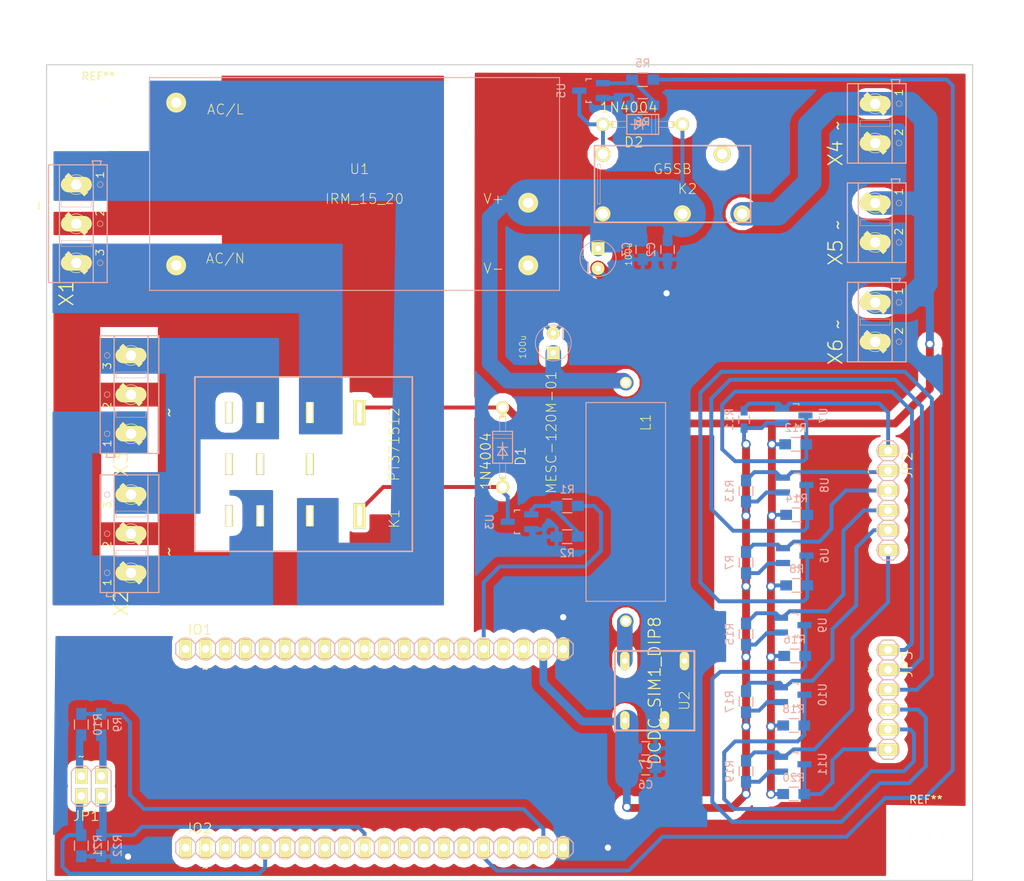
<source format=kicad_pcb>
(kicad_pcb (version 20221018) (generator pcbnew)
  (title_block (title "cosi_pwr.kicad_pcb") (date "29 JUL 2016") (rev "0.1"))
  (layers (0 "F.Cu" signal "Top") (31 "B.Cu" signal "Bottom") (34 "B.Paste" user) (35 "F.Paste" user) (36 "B.SilkS" user "B.Silkscreen") (37 "F.SilkS" user "F.Silkscreen") (38 "B.Mask" user) (39 "F.Mask" user) (44 "Edge.Cuts" user))
  (net 0 "")
  (net 1 "PE")
  (net 2 "GND")
  (net 3 "+12V")
  (net 4 "+5V")
  (net 5 "+3V3")
  (net 6 "VCC_+12V")
  (net 7 "/N$2")
  (net 8 "/N$15")
  (net 9 "/BANK2_0")
  (net 10 "/BANK2_1")
  (net 11 "/BANK2_2")
  (net 12 "/BANK2_3")
  (net 13 "/BANK2_4")
  (net 14 "/BANK2_5")
  (net 15 "/BANK2_6")
  (net 16 "/BANK2_7")
  (net 17 "/BANK2_8")
  (net 18 "/BANK2_9")
  (net 19 "/BANK2_10")
  (net 20 "/BANK2_11")
  (net 21 "/BANK2_12")
  (net 22 "/BANK2_13")
  (net 23 "/BANK2_14")
  (net 24 "/BANK2_15")
  (net 25 "/BANK2_16")
  (net 26 "/BANK2_VCC")
  (net 27 "/BANK1_0")
  (net 28 "/BANK1_1")
  (net 29 "/BANK1_2")
  (net 30 "/BANK1_3")
  (net 31 "/BANK1_4")
  (net 32 "/BANK1_5")
  (net 33 "/BANK1_6")
  (net 34 "/BANK1_7")
  (net 35 "/BANK1_8")
  (net 36 "/BANK1_9")
  (net 37 "/BANK1_10")
  (net 38 "/BANK1_11")
  (net 39 "/BANK1_12")
  (net 40 "/BANK1_13")
  (net 41 "/BANK1_14")
  (net 42 "/BANK1_15")
  (net 43 "/BANK1_VCC")
  (net 44 "/+1.8V")
  (net 45 "/N$19")
  (net 46 "/N$20")
  (net 47 "/SW_X+_L")
  (net 48 "/SW_X-_L")
  (net 49 "/SW_Y+_L")
  (net 50 "/SW_Y-_L")
  (net 51 "/SW_Z+_L")
  (net 52 "/SW_Z-_L")
  (net 53 "/SW_X+_H")
  (net 54 "/SW_X-_H")
  (net 55 "/SW_Y+_H")
  (net 56 "/SW_Y-_H")
  (net 57 "/SW_Z+_H")
  (net 58 "/SW_Z-_H")
  (net 59 "/AC_N")
  (net 60 "/AC_L")
  (net 61 "Net-(K1-Pad22)")
  (net 62 "Net-(K1-Pad12)")
  (net 63 "Net-(K1-Pad32)")
  (net 64 "/N$4")
  (net 65 "/N$1")
  (net 66 "/N$14")
  (net 67 "Net-(K1-Pad14)")
  (net 68 "Net-(K1-Pad24)")
  (net 69 "Net-(K1-Pad34)")
  (net 70 "Net-(K2-Pad4)")
  (net 71 "Net-(K1-Pad21)")
  (footprint "cosi_pwr:DO41-10" (layer "F.Cu") (at 128.143 86.995 -90)
    (fp_text reference "D1")
    (fp_text value "1N4004")
  )
  (footprint "cosi_pwr:CPOL-RADIAL-100UF-25V" (layer "F.Cu") (at 140.335 62.865 90)
    (fp_text reference "C1")
    (fp_text value "100u")
  )
  (footprint "cosi_pwr:CPOL-RADIAL-100UF-25V" (layer "F.Cu") (at 134.62 73.66 -90)
    (fp_text reference "C5")
    (fp_text value "100u")
  )
  (footprint "cosi_pwr:1X20" (layer "F.Cu") (at 111.76 112.776)
    (fp_text reference "IO1")
    (fp_text value "~")
  )
  (footprint "cosi_pwr:1X20" (layer "F.Cu") (at 111.76 138.176)
    (fp_text reference "IO2")
    (fp_text value "~")
  )
  (footprint "cosi_pwr:2X02" (layer "F.Cu") (at 75.565 130.302 180)
    (fp_text reference "JP1")
    (fp_text value "~")
  )
  (footprint "cosi_pwr:1X06" (layer "F.Cu") (at 177.419 93.7895 -90)
    (fp_text reference "JP2")
    (fp_text value "~")
  )
  (footprint "cosi_pwr:1X06" (layer "F.Cu") (at 177.419 119.253 -90)
    (fp_text reference "JP3")
    (fp_text value "~")
  )
  (footprint "cosi_pwr:PT-3" (layer "F.Cu") (at 109.855 89.154 90)
    (fp_text reference "K1")
    (fp_text value "PT371512")
  )
  (footprint "cosi_pwr:MESC-120M-01" (layer "F.Cu") (at 143.891 93.98 -90)
    (fp_text reference "L1")
    (fp_text value "MESC-120M-01")
  )
  (footprint "cosi_pwr:IRM_15_20" (layer "F.Cu") (at 109.22 53.34)
    (fp_text reference "U1")
    (fp_text value "IRM_15_20")
  )
  (footprint "cosi_pwr:DCDC_SIM1_DIP8" (layer "F.Cu") (at 147.574 118.11 -90)
    (fp_text reference "U2")
    (fp_text value "DCDC_SIM1_DIP8")
  )
  (footprint "cosi_pwr:AK500_3" (layer "F.Cu") (at 73.66 58.42 -90)
    (fp_text reference "X1")
    (fp_text value "~")
  )
  (footprint "cosi_pwr:AK500_3" (layer "F.Cu") (at 80.645 98.044 90)
    (fp_text reference "X2")
    (fp_text value "~")
  )
  (footprint "cosi_pwr:AK500_3" (layer "F.Cu") (at 80.645 80.264 90)
    (fp_text reference "X3")
    (fp_text value "~")
  )
  (footprint "cosi_pwr:AK500_2" (layer "F.Cu") (at 175.768 45.593 -90)
    (fp_text reference "X4")
    (fp_text value "~")
  )
  (footprint "cosi_pwr:AK500_2" (layer "F.Cu") (at 175.768 58.293 -90)
    (fp_text reference "X5")
    (fp_text value "~")
  )
  (footprint "cosi_pwr:AK500_2" (layer "F.Cu") (at 175.768 70.993 -90)
    (fp_text reference "X6")
    (fp_text value "~")
  )
  (footprint "cosi_pwr:G5SB" (layer "F.Cu") (at 148.59 53.34 180)
    (fp_text reference "K2")
    (fp_text value "G5SB")
  )
  (footprint "cosi_pwr:DO41-10" (layer "F.Cu") (at 146.05 45.72 180)
    (fp_text reference "D2")
    (fp_text value "1N4004")
  )
  (footprint "Mounting_Holes:MountingHole_4.3mm_M4_DIN965" (layer "F.Cu") (at 76.454 44.323)
    (fp_text reference "REF**")
    (fp_text value "MountingHole_4.3mm_M4_DIN965")
  )
  (footprint "Mounting_Holes:MountingHole_4.3mm_M4_DIN965" (layer "F.Cu") (at 182.245 136.779)
    (fp_text reference "REF**")
    (fp_text value "MountingHole_4.3mm_M4_DIN965")
  )
  (footprint "TO_SOT_Packages_SMD:SOT-23_Handsoldering" (layer "B.Cu") (at 130.302 96.52 -90)
    (fp_text reference "U3")
    (fp_text value "N-CHANNEL-MOSFET-BSS138")
  )
  (footprint "TO_SOT_Packages_SMD:SOT-23_Handsoldering" (layer "B.Cu") (at 139.446 41.402 -90)
    (fp_text reference "U5")
    (fp_text value "N-CHANNEL-MOSFET-BSS138")
  )
  (footprint "TO_SOT_Packages_SMD:SOT-23_Handsoldering" (layer "B.Cu") (at 165.481 100.838 90)
    (fp_text reference "U6")
    (fp_text value "N-CHANNEL-MOSFET-BSS138")
  )
  (footprint "TO_SOT_Packages_SMD:SOT-23_Handsoldering" (layer "B.Cu") (at 165.354 82.931 90)
    (fp_text reference "U7")
    (fp_text value "N-CHANNEL-MOSFET-BSS138")
  )
  (footprint "TO_SOT_Packages_SMD:SOT-23_Handsoldering" (layer "B.Cu") (at 165.481 91.821 90)
    (fp_text reference "U8")
    (fp_text value "N-CHANNEL-MOSFET-BSS138")
  )
  (footprint "TO_SOT_Packages_SMD:SOT-23_Handsoldering" (layer "B.Cu") (at 165.227 109.728 90)
    (fp_text reference "U9")
    (fp_text value "N-CHANNEL-MOSFET-BSS138")
  )
  (footprint "TO_SOT_Packages_SMD:SOT-23_Handsoldering" (layer "B.Cu") (at 165.227 118.618 90)
    (fp_text reference "U10")
    (fp_text value "N-CHANNEL-MOSFET-BSS138")
  )
  (footprint "TO_SOT_Packages_SMD:SOT-23_Handsoldering" (layer "B.Cu") (at 165.227 127.508 90)
    (fp_text reference "U11")
    (fp_text value "N-CHANNEL-MOSFET-BSS138")
  )
  (footprint "Capacitors_SMD:C_0805_HandSoldering" (layer "B.Cu") (at 149.225 61.722 -90)
    (fp_text reference "C2")
    (fp_text value "4.7u")
  )
  (footprint "Capacitors_SMD:C_0805_HandSoldering" (layer "B.Cu") (at 146.05 61.722 -90)
    (fp_text reference "C3")
    (fp_text value "0.1u")
  )
  (footprint "Capacitors_SMD:C_0805_HandSoldering" (layer "B.Cu") (at 146.431 128.016)
    (fp_text reference "C6")
    (fp_text value "4.7u")
  )
  (footprint "Capacitors_SMD:C_0805_HandSoldering" (layer "B.Cu") (at 146.431 125.476)
    (fp_text reference "C7")
    (fp_text value "0.1u")
  )
  (footprint "Resistors_SMD:R_0805_HandSoldering" (layer "B.Cu") (at 136.398 94.488 180)
    (fp_text reference "R1")
    (fp_text value "1k")
  )
  (footprint "Resistors_SMD:R_0805_HandSoldering" (layer "B.Cu") (at 136.398 98.425)
    (fp_text reference "R2")
    (fp_text value "10k")
  )
  (footprint "Resistors_SMD:R_0805_HandSoldering" (layer "B.Cu") (at 146.05 40.005 180)
    (fp_text reference "R5")
    (fp_text value "1k")
  )
  (footprint "Resistors_SMD:R_0805_HandSoldering" (layer "B.Cu") (at 146.05 43.307)
    (fp_text reference "R6")
    (fp_text value "10k")
  )
  (footprint "Resistors_SMD:R_0805_HandSoldering" (layer "B.Cu") (at 159.258 101.727 -90)
    (fp_text reference "R7")
    (fp_text value "10k")
  )
  (footprint "Resistors_SMD:R_0805_HandSoldering" (layer "B.Cu") (at 165.735 104.648 180)
    (fp_text reference "R8")
    (fp_text value "10k")
  )
  (footprint "Resistors_SMD:R_0805_HandSoldering" (layer "B.Cu") (at 76.835 122.428 90)
    (fp_text reference "R9")
    (fp_text value "1k")
  )
  (footprint "Resistors_SMD:R_0805_HandSoldering" (layer "B.Cu") (at 74.295 122.428 90)
    (fp_text reference "R10")
    (fp_text value "1k")
  )
  (footprint "Resistors_SMD:R_0603_HandSoldering" (layer "B.Cu") (at 159.004 83.439 -90)
    (fp_text reference "R11")
    (fp_text value "10k")
  )
  (footprint "Resistors_SMD:R_0805_HandSoldering" (layer "B.Cu") (at 165.608 86.614 180)
    (fp_text reference "R12")
    (fp_text value "10k")
  )
  (footprint "Resistors_SMD:R_0805_HandSoldering" (layer "B.Cu") (at 159.258 92.583 -90)
    (fp_text reference "R13")
    (fp_text value "10k")
  )
  (footprint "Resistors_SMD:R_0805_HandSoldering" (layer "B.Cu") (at 165.735 95.631 180)
    (fp_text reference "R14")
    (fp_text value "10k")
  )
  (footprint "Resistors_SMD:R_0805_HandSoldering" (layer "B.Cu") (at 159.258 110.871 -90)
    (fp_text reference "R15")
    (fp_text value "10k")
  )
  (footprint "Resistors_SMD:R_0805_HandSoldering" (layer "B.Cu") (at 165.481 113.665 180)
    (fp_text reference "R16")
    (fp_text value "10k")
  )
  (footprint "Resistors_SMD:R_0805_HandSoldering" (layer "B.Cu") (at 159.258 119.507 -90)
    (fp_text reference "R17")
    (fp_text value "10k")
  )
  (footprint "Resistors_SMD:R_0805_HandSoldering" (layer "B.Cu") (at 165.354 122.555 180)
    (fp_text reference "R18")
    (fp_text value "10k")
  )
  (footprint "Resistors_SMD:R_0805_HandSoldering" (layer "B.Cu") (at 159.258 128.397 -90)
    (fp_text reference "R19")
    (fp_text value "10k")
  )
  (footprint "Resistors_SMD:R_0805_HandSoldering" (layer "B.Cu") (at 165.354 131.318 180)
    (fp_text reference "R20")
    (fp_text value "10k")
  )
  (footprint "Resistors_SMD:R_0805_HandSoldering" (layer "B.Cu") (at 74.295 137.922 90)
    (fp_text reference "R21")
    (fp_text value "10k")
  )
  (footprint "Resistors_SMD:R_0805_HandSoldering" (layer "B.Cu") (at 76.835 137.922 90)
    (fp_text reference "R22")
    (fp_text value "10k")
  )
  (gr_line (start 69.85 38.1) (end 69.85 38.735) (stroke (width 0.15)) (layer "Edge.Cuts"))
  (gr_line (start 69.85 38.1) (end 69.85 138.43) (stroke (width 0.15)) (layer "Edge.Cuts"))
  (gr_line (start 178.308 142.367) (end 188.214 142.367) (stroke (width 0.15)) (layer "Edge.Cuts"))
  (gr_line (start 176.53 38.1) (end 69.85 38.1) (stroke (width 0.15)) (layer "Edge.Cuts"))
  (gr_line (start 176.53 142.367) (end 178.308 142.367) (stroke (width 0.15)) (layer "Edge.Cuts"))
  (gr_line (start 188.214 142.367) (end 188.214 38.1) (stroke (width 0.15)) (layer "Edge.Cuts"))
  (gr_line (start 178.308 38.1) (end 176.53 38.1) (stroke (width 0.15)) (layer "Edge.Cuts"))
  (gr_line (start 69.85 142.367) (end 176.53 142.367) (stroke (width 0.15)) (layer "Edge.Cuts"))
  (gr_line (start 69.85 142.367) (end 69.85 138.176) (stroke (width 0.15)) (layer "Edge.Cuts"))
  (gr_line (start 188.214 38.1) (end 178.308 38.1) (stroke (width 0.15)) (layer "Edge.Cuts"))
  (segment (start 149.098 67.31) (end 148.717 66.929) (width 2) (layer "F.Cu") (net 2))
  (segment (start 148.717 66.929) (end 143.129 66.929) (width 2) (layer "F.Cu") (net 2))
  (segment (start 143.129 66.929) (end 140.335 64.135) (width 2) (layer "F.Cu") (net 2))
  (via (at 135.89 108.712) (size 1.2) (drill 0.8) (layers "F.Cu" "B.Cu") (net 2))
  (via (at 80.264 139.319) (size 1.2) (drill 0.8) (layers "F.Cu" "B.Cu") (net 2))
  (via (at 141.605 138.176) (size 1.2) (drill 0.8) (layers "F.Cu" "B.Cu") (net 2))
  (via (at 149.098 67.31) (size 1.2) (drill 0.8) (layers "F.Cu" "B.Cu") (net 2))
  (segment (start 145.19656 43.30192) (end 145.20164 43.307) (width 0.25) (layer "B.Cu") (net 2))
  (segment (start 149.225 67.183) (end 149.098 67.31) (width 1) (layer "B.Cu") (net 2))
  (segment (start 76.835 139.272) (end 76.882 139.319) (width 0.5) (layer "B.Cu") (net 2))
  (segment (start 76.882 139.319) (end 80.264 139.319) (width 0.5) (layer "B.Cu") (net 2))
  (segment (start 131.80314 97.76714) (end 132.461 98.425) (width 0.5) (layer "B.Cu") (net 2))
  (segment (start 132.461 98.425) (end 135.048 98.425) (width 0.5) (layer "B.Cu") (net 2))
  (segment (start 131.4196 63.73876) (end 131.42976 63.73876) (width 2) (layer "B.Cu") (net 2))
  (segment (start 135.54964 98.425) (end 134.5438 98.425) (width 0.25) (layer "B.Cu") (net 2))
  (segment (start 131.80314 97.47) (end 131.80314 97.76714) (width 0.5) (layer "B.Cu") (net 2))
  (segment (start 135.89 112.776) (end 135.89 108.712) (width 1) (layer "B.Cu") (net 2))
  (segment (start 135.89 138.176) (end 141.605 138.176) (width 1) (layer "B.Cu") (net 2))
  (segment (start 74.295 139.272) (end 76.835 139.272) (width 0.5) (layer "B.Cu") (net 2))
  (segment (start 149.225 62.62116) (end 149.225 67.183) (width 1) (layer "B.Cu") (net 2))
  (segment (start 131.56184 55.88) (end 131.4196 55.73776) (width 0.25) (layer "B.Cu") (net 3))
  (segment (start 140.335 57.785) (end 140.97 57.15) (width 1) (layer "B.Cu") (net 3))
  (segment (start 149.71776 55.73776) (end 151.13 57.15) (width 6) (layer "B.Cu") (net 3))
  (segment (start 146.304 55.73776) (end 149.71776 55.73776) (width 6) (layer "B.Cu") (net 3))
  (segment (start 140.335 57.785) (end 140.97 57.15) (width 1) (layer "B.Cu") (net 3))
  (segment (start 140.335 57.785) (end 140.97 57.15) (width 1) (layer "B.Cu") (net 3))
  (segment (start 128.41224 55.73776) (end 126.492 57.658) (width 2) (layer "B.Cu") (net 3))
  (segment (start 126.492 57.658) (end 126.492 76.2) (width 2) (layer "B.Cu") (net 3))
  (segment (start 126.492 76.2) (end 128.778 78.486) (width 2) (layer "B.Cu") (net 3))
  (segment (start 128.778 78.486) (end 135.763 78.486) (width 2) (layer "B.Cu") (net 3))
  (segment (start 143.637 78.486) (end 143.891 78.74) (width 2) (layer "B.Cu") (net 3))
  (segment (start 134.62 77.343) (end 135.763 78.486) (width 2) (layer "B.Cu") (net 3))
  (segment (start 135.763 78.486) (end 143.637 78.486) (width 2) (layer "B.Cu") (net 3))
  (segment (start 140.335 57.785) (end 140.97 57.15) (width 2) (layer "B.Cu") (net 3))
  (segment (start 149.225 59.055) (end 151.13 57.15) (width 1) (layer "B.Cu") (net 3))
  (segment (start 146.05 55.73776) (end 146.304 55.73776) (width 1) (layer "B.Cu") (net 3))
  (segment (start 142.875 61.595) (end 143.64716 60.82284) (width 1) (layer "B.Cu") (net 3))
  (segment (start 143.64716 60.82284) (end 146.05 60.82284) (width 1) (layer "B.Cu") (net 3))
  (segment (start 140.335 59.055) (end 140.335 57.785) (width 2) (layer "B.Cu") (net 3))
  (segment (start 145.415 59.055) (end 146.05 58.42) (width 1) (layer "B.Cu") (net 3))
  (segment (start 146.05 58.42) (end 146.05 55.73776) (width 1) (layer "B.Cu") (net 3))
  (segment (start 140.335 59.944) (end 140.335 59.055) (width 2) (layer "B.Cu") (net 3))
  (segment (start 146.05 59.944) (end 146.05 58.42) (width 1) (layer "B.Cu") (net 3))
  (segment (start 140.335 60.706) (end 140.335 59.944) (width 2) (layer "B.Cu") (net 3))
  (segment (start 145.93316 60.706) (end 146.05 60.82284) (width 1) (layer "B.Cu") (net 3))
  (segment (start 140.335 59.944) (end 146.05 59.944) (width 1) (layer "B.Cu") (net 3))
  (segment (start 140.335 61.595) (end 140.335 60.706) (width 2) (layer "B.Cu") (net 3))
  (segment (start 131.4196 55.73776) (end 128.41224 55.73776) (width 2) (layer "B.Cu") (net 3))
  (segment (start 146.05 60.82284) (end 146.05 59.944) (width 1) (layer "B.Cu") (net 3))
  (segment (start 131.4196 55.73776) (end 146.304 55.73776) (width 6) (layer "B.Cu") (net 3))
  (segment (start 149.225 60.82284) (end 149.225 59.055) (width 1) (layer "B.Cu") (net 3))
  (segment (start 140.335 59.055) (end 145.415 59.055) (width 1) (layer "B.Cu") (net 3))
  (segment (start 140.335 61.595) (end 142.875 61.595) (width 1) (layer "B.Cu") (net 3))
  (segment (start 134.62 74.93) (end 134.62 77.343) (width 2) (layer "B.Cu") (net 3))
  (segment (start 151.13 57.15) (end 151.13 45.72) (width 0.5) (layer "B.Cu") (net 3))
  (segment (start 140.335 60.706) (end 145.93316 60.706) (width 1) (layer "B.Cu") (net 3))
  (segment (start 159.258 104.775) (end 159.512 104.775) (width 0.5) (layer "F.Cu") (net 4))
  (segment (start 159.258 113.792) (end 159.258 113.919) (width 0.5) (layer "F.Cu") (net 4))
  (segment (start 144.018 132.969) (end 144.145 133.096) (width 1) (layer "F.Cu") (net 4))
  (segment (start 144.145 133.096) (end 157.48 133.096) (width 1) (layer "F.Cu") (net 4))
  (segment (start 157.48 133.096) (end 159.258 131.318) (width 1) (layer "F.Cu") (net 4))
  (segment (start 159.258 113.792) (end 159.258 104.775) (width 1) (layer "F.Cu") (net 4))
  (segment (start 159.258 104.775) (end 159.258 95.758) (width 1) (layer "F.Cu") (net 4))
  (segment (start 159.258 95.758) (end 159.258 86.614) (width 1) (layer "F.Cu") (net 4))
  (segment (start 159.258 122.682) (end 159.258 113.792) (width 1) (layer "F.Cu") (net 4))
  (segment (start 159.258 131.318) (end 159.258 122.682) (width 1) (layer "F.Cu") (net 4))
  (via (at 159.258 122.682) (size 1.2) (drill 0.8) (layers "F.Cu" "B.Cu") (net 4))
  (via (at 159.258 86.614) (size 1.2) (drill 0.8) (layers "F.Cu" "B.Cu") (net 4))
  (via (at 159.258 104.775) (size 1.2) (drill 0.8) (layers "F.Cu" "B.Cu") (net 4))
  (via (at 159.258 113.792) (size 1.2) (drill 0.8) (layers "F.Cu" "B.Cu") (net 4))
  (via (at 159.258 95.758) (size 1.2) (drill 0.8) (layers "F.Cu" "B.Cu") (net 4))
  (via (at 144.018 132.969) (size 1.2) (drill 0.8) (layers "F.Cu" "B.Cu") (net 4))
  (via (at 159.258 131.318) (size 1.2) (drill 0.8) (layers "F.Cu" "B.Cu") (net 4))
  (segment (start 159.3596 102.67696) (end 159.258 102.57536) (width 0.25) (layer "B.Cu") (net 4))
  (segment (start 159.1056 84.38896) (end 159.004 84.28736) (width 0.25) (layer "B.Cu") (net 4))
  (segment (start 159.3596 93.53296) (end 159.258 93.43136) (width 0.25) (layer "B.Cu") (net 4))
  (segment (start 159.3596 111.82096) (end 159.258 111.71936) (width 0.25) (layer "B.Cu") (net 4))
  (segment (start 159.3596 120.45696) (end 159.258 120.35536) (width 0.25) (layer "B.Cu") (net 4))
  (segment (start 159.3596 129.34696) (end 159.258 129.24536) (width 0.25) (layer "B.Cu") (net 4))
  (segment (start 138.176 121.92) (end 133.35 117.094) (width 1) (layer "B.Cu") (net 4))
  (segment (start 133.35 117.094) (end 133.35 112.776) (width 1) (layer "B.Cu") (net 4))
  (segment (start 144.018 126.50216) (end 145.53184 128.016) (width 1) (layer "B.Cu") (net 4))
  (segment (start 144.018 125.476) (end 143.891 125.603) (width 1) (layer "B.Cu") (net 4))
  (segment (start 143.891 125.603) (end 143.764 125.603) (width 1) (layer "B.Cu") (net 4))
  (segment (start 143.764 125.603) (end 144.018 125.603) (width 1) (layer "B.Cu") (net 4))
  (segment (start 144.018 125.603) (end 144.018 126.50216) (width 1) (layer "B.Cu") (net 4))
  (segment (start 164.12718 128.35636) (end 164.22878 128.45796) (width 0.5) (layer "B.Cu") (net 4))
  (segment (start 161.247 84.539) (end 161.905 83.881) (width 0.5) (layer "B.Cu") (net 4))
  (segment (start 161.905 83.881) (end 163.85286 83.881) (width 0.5) (layer "B.Cu") (net 4))
  (segment (start 160.702 93.933) (end 161.864 92.771) (width 0.5) (layer "B.Cu") (net 4))
  (segment (start 161.864 92.771) (end 163.97986 92.771) (width 0.5) (layer "B.Cu") (net 4))
  (segment (start 160.862 103.077) (end 162.085 101.854) (width 0.5) (layer "B.Cu") (net 4))
  (segment (start 162.085 101.854) (end 163.91386 101.854) (width 0.5) (layer "B.Cu") (net 4))
  (segment (start 163.91386 101.854) (end 163.97986 101.788) (width 0.5) (layer "B.Cu") (net 4))
  (segment (start 160.448 112.221) (end 161.925 110.744) (width 0.5) (layer "B.Cu") (net 4))
  (segment (start 161.925 110.744) (end 163.65986 110.744) (width 0.5) (layer "B.Cu") (net 4))
  (segment (start 163.65986 110.744) (end 163.72586 110.678) (width 0.5) (layer "B.Cu") (net 4))
  (segment (start 159.258 131.445) (end 159.258 131.318) (width 0.5) (layer "B.Cu") (net 4))
  (segment (start 159.004 86.36) (end 159.258 86.614) (width 0.5) (layer "B.Cu") (net 4))
  (segment (start 161.991 119.568) (end 160.909 120.65) (width 0.5) (layer "B.Cu") (net 4))
  (segment (start 160.909 120.65) (end 159.465 120.65) (width 0.5) (layer "B.Cu") (net 4))
  (segment (start 159.465 120.65) (end 159.258 120.857) (width 0.5) (layer "B.Cu") (net 4))
  (segment (start 162.245 128.458) (end 160.956 129.747) (width 0.5) (layer "B.Cu") (net 4))
  (segment (start 160.956 129.747) (end 159.258 129.747) (width 0.5) (layer "B.Cu") (net 4))
  (segment (start 159.258 112.221) (end 160.448 112.221) (width 0.5) (layer "B.Cu") (net 4))
  (segment (start 144.018 122.047) (end 144.018 129.159) (width 3) (layer "B.Cu") (net 4))
  (segment (start 159.004 84.539) (end 161.247 84.539) (width 0.5) (layer "B.Cu") (net 4))
  (segment (start 159.258 112.221) (end 159.258 113.792) (width 0.5) (layer "B.Cu") (net 4))
  (segment (start 159.258 95.758) (end 159.258 93.933) (width 0.5) (layer "B.Cu") (net 4))
  (segment (start 163.72586 119.568) (end 161.991 119.568) (width 0.5) (layer "B.Cu") (net 4))
  (segment (start 159.258 93.933) (end 160.702 93.933) (width 0.5) (layer "B.Cu") (net 4))
  (segment (start 159.258 122.682) (end 159.258 120.857) (width 0.5) (layer "B.Cu") (net 4))
  (segment (start 159.258 103.077) (end 160.862 103.077) (width 0.5) (layer "B.Cu") (net 4))
  (segment (start 145.53184 125.476) (end 144.018 125.476) (width 1) (layer "B.Cu") (net 4))
  (segment (start 144.018 122.047) (end 144.018 125.603) (width 1) (layer "B.Cu") (net 4))
  (segment (start 144.018 122.047) (end 138.43 122.047) (width 1) (layer "B.Cu") (net 4))
  (segment (start 144.018 125.476) (end 144.018 129.159) (width 1) (layer "B.Cu") (net 4))
  (segment (start 144.018 129.159) (end 144.018 132.969) (width 1) (layer "B.Cu") (net 4))
  (segment (start 159.258 131.445) (end 159.258 129.747) (width 0.5) (layer "B.Cu") (net 4))
  (segment (start 159.004 86.36) (end 159.004 84.539) (width 0.5) (layer "B.Cu") (net 4))
  (segment (start 159.258 103.077) (end 159.258 104.775) (width 0.5) (layer "B.Cu") (net 4))
  (segment (start 163.72586 128.458) (end 162.245 128.458) (width 0.5) (layer "B.Cu") (net 4))
  (segment (start 133.35 135.763) (end 130.81 133.223) (width 0.5) (layer "B.Cu") (net 5))
  (segment (start 130.81 133.223) (end 82.296 133.223) (width 0.5) (layer "B.Cu") (net 5))
  (segment (start 82.296 133.223) (end 80.518 131.445) (width 0.5) (layer "B.Cu") (net 5))
  (segment (start 80.518 131.445) (end 80.518 122.174) (width 0.5) (layer "B.Cu") (net 5))
  (segment (start 80.518 122.174) (end 79.422 121.078) (width 0.5) (layer "B.Cu") (net 5))
  (segment (start 79.422 121.078) (end 76.835 121.078) (width 0.5) (layer "B.Cu") (net 5))
  (segment (start 76.835 121.078) (end 74.295 121.078) (width 0.5) (layer "B.Cu") (net 5))
  (segment (start 133.35 138.176) (end 133.35 135.763) (width 0.5) (layer "B.Cu") (net 5))
  (segment (start 110.49508 81.915) (end 109.855 82.55508) (width 0.5) (layer "F.Cu") (net 6))
  (segment (start 182.753 73.787) (end 182.753 79.502) (width 1) (layer "F.Cu") (net 6))
  (segment (start 182.753 79.502) (end 178.308 83.947) (width 1) (layer "F.Cu") (net 6))
  (segment (start 178.308 83.947) (end 162.56 83.947) (width 1) (layer "F.Cu") (net 6))
  (segment (start 130.683 83.947) (end 128.651 81.915) (width 1) (layer "F.Cu") (net 6))
  (segment (start 128.651 81.915) (end 128.143 81.915) (width 1) (layer "F.Cu") (net 6))
  (segment (start 161.925 83.947) (end 130.683 83.947) (width 1) (layer "F.Cu") (net 6))
  (segment (start 162.433 95.885) (end 162.56 95.758) (width 1) (layer "F.Cu") (net 6))
  (segment (start 162.56 83.947) (end 162.56 84.074) (width 1) (layer "F.Cu") (net 6))
  (segment (start 162.56 84.074) (end 162.56 83.947) (width 1) (layer "F.Cu") (net 6))
  (segment (start 162.56 83.947) (end 161.925 83.947) (width 1) (layer "F.Cu") (net 6))
  (segment (start 162.56 86.614) (end 162.56 83.947) (width 1) (layer "F.Cu") (net 6))
  (segment (start 162.433 113.792) (end 162.433 104.775) (width 1) (layer "F.Cu") (net 6))
  (segment (start 162.433 131.318) (end 162.433 122.682) (width 1) (layer "F.Cu") (net 6))
  (segment (start 162.433 122.682) (end 162.433 113.792) (width 1) (layer "F.Cu") (net 6))
  (segment (start 128.143 81.915) (end 110.49508 81.915) (width 0.5) (layer "F.Cu") (net 6))
  (segment (start 162.433 104.775) (end 162.433 95.885) (width 1) (layer "F.Cu") (net 6))
  (segment (start 162.56 95.758) (end 162.56 86.614) (width 1) (layer "F.Cu") (net 6))
  (via (at 162.56 95.758) (size 1.2) (drill 0.8) (layers "F.Cu" "B.Cu") (net 6))
  (via (at 162.433 131.318) (size 1.2) (drill 0.8) (layers "F.Cu" "B.Cu") (net 6))
  (via (at 162.433 104.775) (size 1.2) (drill 0.8) (layers "F.Cu" "B.Cu") (net 6))
  (via (at 182.753 73.787) (size 1.2) (drill 0.8) (layers "F.Cu" "B.Cu") (net 6))
  (via (at 162.433 113.792) (size 1.2) (drill 0.8) (layers "F.Cu" "B.Cu") (net 6))
  (via (at 162.433 122.682) (size 1.2) (drill 0.8) (layers "F.Cu" "B.Cu") (net 6))
  (via (at 162.56 86.614) (size 1.2) (drill 0.8) (layers "F.Cu" "B.Cu") (net 6))
  (segment (start 162.56 104.648) (end 162.433 104.775) (width 0.5) (layer "B.Cu") (net 6))
  (segment (start 162.56 113.665) (end 162.433 113.792) (width 0.5) (layer "B.Cu") (net 6))
  (segment (start 162.56 122.555) (end 162.433 122.682) (width 0.5) (layer "B.Cu") (net 6))
  (segment (start 182.2196 68.4784) (end 182.753 69.0118) (width 1) (layer "B.Cu") (net 6))
  (segment (start 182.753 69.0118) (end 182.753 73.787) (width 1) (layer "B.Cu") (net 6))
  (segment (start 162.687 95.631) (end 162.56 95.758) (width 0.5) (layer "B.Cu") (net 6))
  (segment (start 163.322 57.15) (end 167.386 53.086) (width 3) (layer "B.Cu") (net 6))
  (segment (start 167.386 53.086) (end 167.386 45.847) (width 3) (layer "B.Cu") (net 6))
  (segment (start 167.386 45.847) (end 170.1546 43.0784) (width 3) (layer "B.Cu") (net 6))
  (segment (start 170.1546 43.0784) (end 175.768 43.0784) (width 3) (layer "B.Cu") (net 6))
  (segment (start 180.2384 43.0784) (end 182.245 45.085) (width 3) (layer "B.Cu") (net 6))
  (segment (start 182.245 45.085) (end 182.245 56.134) (width 3) (layer "B.Cu") (net 6))
  (segment (start 182.245 66.04) (end 179.8066 68.4784) (width 3) (layer "B.Cu") (net 6))
  (segment (start 179.8066 68.4784) (end 175.768 68.4784) (width 3) (layer "B.Cu") (net 6))
  (segment (start 182.245 55.7784) (end 181.8894 56.134) (width 3) (layer "B.Cu") (net 6))
  (segment (start 181.8894 56.134) (end 181.356 56.134) (width 3) (layer "B.Cu") (net 6))
  (segment (start 181.356 56.134) (end 182.245 56.134) (width 3) (layer "B.Cu") (net 6))
  (segment (start 182.245 56.134) (end 182.245 66.04) (width 3) (layer "B.Cu") (net 6))
  (segment (start 182.753 66.548) (end 182.245 66.04) (width 1) (layer "B.Cu") (net 6))
  (segment (start 175.768 43.0784) (end 180.2384 43.0784) (width 3) (layer "B.Cu") (net 6))
  (segment (start 162.56 104.648) (end 164.385 104.648) (width 0.5) (layer "B.Cu") (net 6))
  (segment (start 158.75 57.15) (end 163.322 57.15) (width 3) (layer "B.Cu") (net 6))
  (segment (start 164.258 86.614) (end 162.56 86.614) (width 0.5) (layer "B.Cu") (net 6))
  (segment (start 175.768 55.7784) (end 182.245 55.7784) (width 3) (layer "B.Cu") (net 6))
  (segment (start 162.687 95.631) (end 164.385 95.631) (width 0.5) (layer "B.Cu") (net 6))
  (segment (start 175.768 68.4784) (end 177.3174 68.4784) (width 1) (layer "B.Cu") (net 6))
  (segment (start 162.433 131.318) (end 164.004 131.318) (width 0.5) (layer "B.Cu") (net 6))
  (segment (start 164.004 122.555) (end 162.56 122.555) (width 0.5) (layer "B.Cu") (net 6))
  (segment (start 182.753 73.787) (end 182.753 66.548) (width 1) (layer "B.Cu") (net 6))
  (segment (start 175.768 68.4784) (end 182.2196 68.4784) (width 1) (layer "B.Cu") (net 6))
  (segment (start 162.56 113.665) (end 164.131 113.665) (width 0.5) (layer "B.Cu") (net 6))
  (segment (start 112.903 92.075) (end 109.855 95.123) (width 0.5) (layer "F.Cu") (net 7))
  (segment (start 109.855 95.123) (end 109.855 95.75292) (width 0.5) (layer "F.Cu") (net 7))
  (segment (start 128.143 92.075) (end 112.903 92.075) (width 0.5) (layer "F.Cu") (net 7))
  (segment (start 128.03886 92.17914) (end 128.143 92.075) (width 0.5) (layer "B.Cu") (net 7))
  (segment (start 128.80086 93.32214) (end 128.143 92.66428) (width 0.5) (layer "B.Cu") (net 7))
  (segment (start 128.143 92.66428) (end 128.143 92.075) (width 0.5) (layer "B.Cu") (net 7))
  (segment (start 128.80086 96.52) (end 128.80086 93.32214) (width 0.5) (layer "B.Cu") (net 7))
  (segment (start 138.4935 41.44772) (end 138.44778 41.402) (width 0.25) (layer "B.Cu") (net 8))
  (segment (start 139.192 45.72) (end 137.94486 44.47286) (width 0.5) (layer "B.Cu") (net 8))
  (segment (start 137.94486 44.47286) (end 137.94486 41.402) (width 0.5) (layer "B.Cu") (net 8))
  (segment (start 140.97 49.53) (end 140.97 45.72) (width 0.5) (layer "B.Cu") (net 8))
  (segment (start 140.97 45.72) (end 139.192 45.72) (width 0.5) (layer "B.Cu") (net 8))
  (segment (start 139.827 94.488) (end 140.716 95.377) (width 0.5) (layer "B.Cu") (net 24))
  (segment (start 140.716 95.377) (end 140.716 100.203) (width 0.5) (layer "B.Cu") (net 24))
  (segment (start 140.716 100.203) (end 138.684 102.235) (width 0.5) (layer "B.Cu") (net 24))
  (segment (start 138.684 102.235) (end 127.762 102.235) (width 0.5) (layer "B.Cu") (net 24))
  (segment (start 127.762 102.235) (end 125.73 104.267) (width 0.5) (layer "B.Cu") (net 24))
  (segment (start 125.73 104.267) (end 125.73 112.776) (width 0.5) (layer "B.Cu") (net 24))
  (segment (start 137.748 94.488) (end 139.827 94.488) (width 0.5) (layer "B.Cu") (net 24))
  (segment (start 87.376 137.922) (end 87.63 138.176) (width 0.25) (layer "B.Cu") (net 27))
  (segment (start 72.597 136.572) (end 71.882 137.287) (width 0.5) (layer "B.Cu") (net 31))
  (segment (start 71.882 137.287) (end 71.882 140.589) (width 0.5) (layer "B.Cu") (net 31))
  (segment (start 71.882 140.589) (end 72.771 141.478) (width 0.5) (layer "B.Cu") (net 31))
  (segment (start 72.771 141.478) (end 97.028 141.478) (width 0.5) (layer "B.Cu") (net 31))
  (segment (start 97.028 141.478) (end 97.79 140.716) (width 0.5) (layer "B.Cu") (net 31))
  (segment (start 97.79 140.716) (end 97.79 138.176) (width 0.5) (layer "B.Cu") (net 31))
  (segment (start 74.295 132.207) (end 73.8505 132.6515) (width 0.5) (layer "B.Cu") (net 31))
  (segment (start 73.8505 132.6515) (end 73.8505 136.1275) (width 0.5) (layer "B.Cu") (net 31))
  (segment (start 73.8505 136.1275) (end 74.295 136.572) (width 0.5) (layer "B.Cu") (net 31))
  (segment (start 74.295 131.572) (end 74.295 132.207) (width 0.5) (layer "B.Cu") (net 31))
  (segment (start 74.295 136.572) (end 72.597 136.572) (width 0.5) (layer "B.Cu") (net 31))
  (segment (start 74.295 131.572) (end 74.295 136.572) (width 0.5) (layer "B.Cu") (net 31))
  (segment (start 80.979 136.572) (end 82.042 135.509) (width 0.5) (layer "B.Cu") (net 36))
  (segment (start 82.042 135.509) (end 94.0435 135.509) (width 0.5) (layer "B.Cu") (net 36))
  (segment (start 76.835 132.1435) (end 77.2795 132.588) (width 0.5) (layer "B.Cu") (net 36))
  (segment (start 77.2795 132.588) (end 77.2795 136.1275) (width 0.5) (layer "B.Cu") (net 36))
  (segment (start 77.2795 136.1275) (end 76.835 136.572) (width 0.5) (layer "B.Cu") (net 36))
  (segment (start 94.0435 135.509) (end 94.615 135.509) (width 0.5) (layer "B.Cu") (net 36))
  (segment (start 109.6645 135.509) (end 110.49 136.3345) (width 0.5) (layer "B.Cu") (net 36))
  (segment (start 110.49 136.3345) (end 110.49 138.176) (width 0.5) (layer "B.Cu") (net 36))
  (segment (start 94.615 135.509) (end 109.6645 135.509) (width 0.5) (layer "B.Cu") (net 36))
  (segment (start 76.835 131.572) (end 76.835 132.1435) (width 0.5) (layer "B.Cu") (net 36))
  (segment (start 76.835 136.572) (end 80.979 136.572) (width 0.5) (layer "B.Cu") (net 36))
  (segment (start 76.835 131.572) (end 76.835 136.572) (width 0.5) (layer "B.Cu") (net 36))
  (segment (start 125.73 139.446) (end 127.381 141.097) (width 0.5) (layer "B.Cu") (net 42))
  (segment (start 127.381 141.097) (end 144.272 141.097) (width 0.5) (layer "B.Cu") (net 42))
  (segment (start 144.272 141.097) (end 148.59 136.779) (width 0.5) (layer "B.Cu") (net 42))
  (segment (start 148.59 136.779) (end 172.085 136.779) (width 0.5) (layer "B.Cu") (net 42))
  (segment (start 172.085 136.779) (end 177.038 131.826) (width 0.5) (layer "B.Cu") (net 42))
  (segment (start 177.038 131.826) (end 182.118 131.826) (width 0.5) (layer "B.Cu") (net 42))
  (segment (start 182.118 131.826) (end 185.674 128.27) (width 0.5) (layer "B.Cu") (net 42))
  (segment (start 185.674 128.27) (end 185.674 40.767) (width 0.5) (layer "B.Cu") (net 42))
  (segment (start 185.674 40.767) (end 184.912 40.005) (width 0.5) (layer "B.Cu") (net 42))
  (segment (start 184.912 40.005) (end 147.4 40.005) (width 0.5) (layer "B.Cu") (net 42))
  (segment (start 125.73 138.176) (end 125.73 139.192) (width 0.5) (layer "B.Cu") (net 42))
  (segment (start 125.73 138.176) (end 125.73 139.446) (width 0.5) (layer "B.Cu") (net 42))
  (segment (start 76.835 128.4605) (end 77.2795 128.016) (width 0.5) (layer "B.Cu") (net 45))
  (segment (start 77.2795 128.016) (end 77.2795 124.2225) (width 0.5) (layer "B.Cu") (net 45))
  (segment (start 77.2795 124.2225) (end 76.835 123.778) (width 0.5) (layer "B.Cu") (net 45))
  (segment (start 76.835 129.032) (end 76.835 128.4605) (width 0.5) (layer "B.Cu") (net 45))
  (segment (start 76.835 123.778) (end 76.835 129.032) (width 0.5) (layer "B.Cu") (net 45))
  (segment (start 74.295 128.524) (end 73.8505 128.0795) (width 0.5) (layer "B.Cu") (net 46))
  (segment (start 73.8505 128.0795) (end 73.8505 124.2225) (width 0.5) (layer "B.Cu") (net 46))
  (segment (start 73.8505 124.2225) (end 74.295 123.778) (width 0.5) (layer "B.Cu") (net 46))
  (segment (start 74.295 129.032) (end 74.295 128.524) (width 0.5) (layer "B.Cu") (net 46))
  (segment (start 74.295 129.032) (end 74.295 128.4605) (width 0.5) (layer "B.Cu") (net 46))
  (segment (start 74.295 123.778) (end 74.295 129.032) (width 0.5) (layer "B.Cu") (net 46))
  (segment (start 159.10306 82.49158) (end 159.004 82.59064) (width 0.25) (layer "B.Cu") (net 47))
  (segment (start 159.10306 82.49158) (end 159.004 82.59064) (width 0.3) (layer "B.Cu") (net 47))
  (segment (start 164.25672 82.08264) (end 164.35578 81.98358) (width 0.3) (layer "B.Cu") (net 47))
  (segment (start 164.25672 82.08264) (end 164.35578 81.98358) (width 0.25) (layer "B.Cu") (net 47))
  (segment (start 163.85286 81.81086) (end 163.449 81.407) (width 0.5) (layer "B.Cu") (net 47))
  (segment (start 163.449 81.407) (end 159.639 81.407) (width 0.5) (layer "B.Cu") (net 47))
  (segment (start 159.639 81.407) (end 159.004 82.042) (width 0.5) (layer "B.Cu") (net 47))
  (segment (start 159.004 82.042) (end 159.004 82.339) (width 0.5) (layer "B.Cu") (net 47))
  (segment (start 164.272 81.981) (end 164.846 81.407) (width 0.5) (layer "B.Cu") (net 47))
  (segment (start 164.846 81.407) (end 176.276 81.407) (width 0.5) (layer "B.Cu") (net 47))
  (segment (start 176.276 81.407) (end 177.419 82.55) (width 0.5) (layer "B.Cu") (net 47))
  (segment (start 177.419 82.55) (end 177.419 87.4395) (width 0.5) (layer "B.Cu") (net 47))
  (segment (start 163.85286 81.981) (end 163.85286 81.81086) (width 0.5) (layer "B.Cu") (net 47))
  (segment (start 163.85286 81.981) (end 164.272 81.981) (width 0.5) (layer "B.Cu") (net 47))
  (segment (start 163.85286 81.981) (end 164.145 81.981) (width 0.5) (layer "B.Cu") (net 47))
  (segment (start 163.769 90.871) (end 163.068 90.17) (width 0.5) (layer "B.Cu") (net 48))
  (segment (start 163.068 90.17) (end 160.321 90.17) (width 0.5) (layer "B.Cu") (net 48))
  (segment (start 160.321 90.17) (end 159.258 91.233) (width 0.5) (layer "B.Cu") (net 48))
  (segment (start 177.1015 89.662) (end 177.419 89.9795) (width 0.5) (layer "B.Cu") (net 48))
  (segment (start 164.399 90.871) (end 165.1 90.17) (width 0.5) (layer "B.Cu") (net 48))
  (segment (start 165.1 90.17) (end 177.2285 90.17) (width 0.5) (layer "B.Cu") (net 48))
  (segment (start 177.2285 90.17) (end 177.419 89.9795) (width 0.5) (layer "B.Cu") (net 48))
  (segment (start 163.97986 90.871) (end 164.399 90.871) (width 0.5) (layer "B.Cu") (net 48))
  (segment (start 163.97986 90.871) (end 164.526 90.871) (width 0.5) (layer "B.Cu") (net 48))
  (segment (start 163.97986 90.871) (end 164.145 90.871) (width 0.5) (layer "B.Cu") (net 48))
  (segment (start 163.97986 90.871) (end 163.769 90.871) (width 0.5) (layer "B.Cu") (net 48))
  (segment (start 163.97986 90.871) (end 163.97986 90.82786) (width 0.5) (layer "B.Cu") (net 48))
  (segment (start 163.97986 90.871) (end 164.272 90.871) (width 0.5) (layer "B.Cu") (net 48))
  (segment (start 159.35706 100.77958) (end 159.258 100.87864) (width 0.25) (layer "B.Cu") (net 49))
  (segment (start 163.769 99.888) (end 163.322 99.441) (width 0.5) (layer "B.Cu") (net 49))
  (segment (start 163.322 99.441) (end 160.194 99.441) (width 0.5) (layer "B.Cu") (net 49))
  (segment (start 160.194 99.441) (end 159.258 100.377) (width 0.5) (layer "B.Cu") (net 49))
  (segment (start 164.399 99.888) (end 165.354 99.06) (width 0.5) (layer "B.Cu") (net 49))
  (segment (start 165.354 99.06) (end 168.656 99.06) (width 0.5) (layer "B.Cu") (net 49))
  (segment (start 168.656 99.06) (end 170.18 97.409) (width 0.5) (layer "B.Cu") (net 49))
  (segment (start 170.18 97.409) (end 170.18 94.361) (width 0.5) (layer "B.Cu") (net 49))
  (segment (start 170.18 94.361) (end 172.0215 92.5195) (width 0.5) (layer "B.Cu") (net 49))
  (segment (start 172.0215 92.5195) (end 177.419 92.5195) (width 0.5) (layer "B.Cu") (net 49))
  (segment (start 163.97986 99.888) (end 163.769 99.888) (width 0.5) (layer "B.Cu") (net 49))
  (segment (start 163.97986 99.888) (end 164.399 99.888) (width 0.5) (layer "B.Cu") (net 49))
  (segment (start 176.149 95.0595) (end 177.419 95.0595) (width 0.25) (layer "B.Cu") (net 50))
  (segment (start 163.642 108.778) (end 163.068 108.204) (width 0.5) (layer "B.Cu") (net 50))
  (segment (start 163.068 108.204) (end 160.575 108.204) (width 0.5) (layer "B.Cu") (net 50))
  (segment (start 160.575 108.204) (end 159.258 109.521) (width 0.5) (layer "B.Cu") (net 50))
  (segment (start 163.891 108.778) (end 164.846 107.95) (width 0.5) (layer "B.Cu") (net 50))
  (segment (start 164.846 107.95) (end 169.672 107.95) (width 0.5) (layer "B.Cu") (net 50))
  (segment (start 169.672 107.95) (end 171.704 105.791) (width 0.5) (layer "B.Cu") (net 50))
  (segment (start 171.704 105.791) (end 171.704 97.663) (width 0.5) (layer "B.Cu") (net 50))
  (segment (start 171.704 97.663) (end 174.3075 95.0595) (width 0.5) (layer "B.Cu") (net 50))
  (segment (start 174.3075 95.0595) (end 177.419 95.0595) (width 0.5) (layer "B.Cu") (net 50))
  (segment (start 163.72586 108.778) (end 163.891 108.778) (width 0.5) (layer "B.Cu") (net 50))
  (segment (start 163.72586 108.778) (end 163.642 108.778) (width 0.5) (layer "B.Cu") (net 50))
  (segment (start 163.72586 108.778) (end 164.145 108.778) (width 0.5) (layer "B.Cu") (net 50))
  (segment (start 159.35706 118.55958) (end 159.258 118.65864) (width 0.25) (layer "B.Cu") (net 51))
  (segment (start 176.149 97.5995) (end 177.419 97.5995) (width 0.25) (layer "B.Cu") (net 51))
  (segment (start 163.72586 117.24386) (end 163.576 117.094) (width 0.5) (layer "B.Cu") (net 51))
  (segment (start 163.576 117.094) (end 159.766 117.094) (width 0.5) (layer "B.Cu") (net 51))
  (segment (start 159.766 117.094) (end 159.258 117.602) (width 0.5) (layer "B.Cu") (net 51))
  (segment (start 159.258 117.602) (end 159.258 118.157) (width 0.5) (layer "B.Cu") (net 51))
  (segment (start 164.145 117.668) (end 165.227 116.84) (width 0.5) (layer "B.Cu") (net 51))
  (segment (start 165.227 116.84) (end 167.767 116.84) (width 0.5) (layer "B.Cu") (net 51))
  (segment (start 167.767 116.84) (end 170.307 114.046) (width 0.5) (layer "B.Cu") (net 51))
  (segment (start 170.307 114.046) (end 170.307 110.236) (width 0.5) (layer "B.Cu") (net 51))
  (segment (start 170.307 110.236) (end 173.355 107.188) (width 0.5) (layer "B.Cu") (net 51))
  (segment (start 173.355 107.188) (end 173.355 99.822) (width 0.5) (layer "B.Cu") (net 51))
  (segment (start 173.355 99.822) (end 175.5775 97.5995) (width 0.5) (layer "B.Cu") (net 51))
  (segment (start 175.5775 97.5995) (end 177.419 97.5995) (width 0.5) (layer "B.Cu") (net 51))
  (segment (start 163.72586 117.668) (end 164.145 117.668) (width 0.5) (layer "B.Cu") (net 51))
  (segment (start 163.72586 117.668) (end 164.272 117.668) (width 0.5) (layer "B.Cu") (net 51))
  (segment (start 163.72586 117.668) (end 163.72586 117.24386) (width 0.5) (layer "B.Cu") (net 51))
  (segment (start 163.72586 126.51486) (end 163.195 125.984) (width 0.5) (layer "B.Cu") (net 52))
  (segment (start 163.195 125.984) (end 160.321 125.984) (width 0.5) (layer "B.Cu") (net 52))
  (segment (start 160.321 125.984) (end 159.258 127.047) (width 0.5) (layer "B.Cu") (net 52))
  (segment (start 164.145 126.558) (end 165.354 125.603) (width 0.5) (layer "B.Cu") (net 52))
  (segment (start 165.354 125.603) (end 168.021 125.603) (width 0.5) (layer "B.Cu") (net 52))
  (segment (start 168.021 125.603) (end 172.847 120.523) (width 0.5) (layer "B.Cu") (net 52))
  (segment (start 172.847 120.523) (end 172.847 111.379) (width 0.5) (layer "B.Cu") (net 52))
  (segment (start 172.847 111.379) (end 177.419 106.807) (width 0.5) (layer "B.Cu") (net 52))
  (segment (start 177.419 106.807) (end 177.419 100.1395) (width 0.5) (layer "B.Cu") (net 52))
  (segment (start 163.72586 126.558) (end 164.399 126.558) (width 0.5) (layer "B.Cu") (net 52))
  (segment (start 163.72586 126.558) (end 164.145 126.558) (width 0.5) (layer "B.Cu") (net 52))
  (segment (start 163.72586 126.558) (end 163.72586 126.51486) (width 0.5) (layer "B.Cu") (net 52))
  (segment (start 166.32936 82.95386) (end 166.35222 82.931) (width 0.25) (layer "B.Cu") (net 53))
  (segment (start 166.958 83.03386) (end 166.85514 82.931) (width 0.5) (layer "B.Cu") (net 53))
  (segment (start 178.435 112.903) (end 177.419 112.903) (width 0.5) (layer "B.Cu") (net 53))
  (segment (start 166.958 88.439) (end 166.497 88.773) (width 0.5) (layer "B.Cu") (net 53))
  (segment (start 166.497 88.773) (end 157.861 88.773) (width 0.5) (layer "B.Cu") (net 53))
  (segment (start 157.861 88.773) (end 156.21 87.249) (width 0.5) (layer "B.Cu") (net 53))
  (segment (start 156.21 87.249) (end 156.21 81.534) (width 0.5) (layer "B.Cu") (net 53))
  (segment (start 156.21 81.534) (end 157.861 79.883) (width 0.5) (layer "B.Cu") (net 53))
  (segment (start 157.861 79.883) (end 177.927 79.883) (width 0.5) (layer "B.Cu") (net 53))
  (segment (start 177.927 79.883) (end 180.467 82.423) (width 0.5) (layer "B.Cu") (net 53))
  (segment (start 180.467 82.423) (end 180.467 112.014) (width 0.5) (layer "B.Cu") (net 53))
  (segment (start 180.467 112.014) (end 179.578 112.903) (width 0.5) (layer "B.Cu") (net 53))
  (segment (start 179.578 112.903) (end 177.419 112.903) (width 0.5) (layer "B.Cu") (net 53))
  (segment (start 166.958 86.614) (end 166.958 88.439) (width 0.5) (layer "B.Cu") (net 53))
  (segment (start 166.958 86.614) (end 166.958 87.169) (width 0.5) (layer "B.Cu") (net 53))
  (segment (start 166.958 86.614) (end 166.958 83.03386) (width 0.5) (layer "B.Cu") (net 53))
  (segment (start 166.45636 91.84386) (end 166.47922 91.821) (width 0.25) (layer "B.Cu") (net 54))
  (segment (start 167.085 91.92386) (end 166.98214 91.821) (width 0.5) (layer "B.Cu") (net 54))
  (segment (start 167.085 97.235) (end 166.657 97.663) (width 0.5) (layer "B.Cu") (net 54))
  (segment (start 166.657 97.663) (end 157.607 97.663) (width 0.5) (layer "B.Cu") (net 54))
  (segment (start 157.607 97.663) (end 154.813 94.869) (width 0.5) (layer "B.Cu") (net 54))
  (segment (start 154.813 94.869) (end 154.813 80.772) (width 0.5) (layer "B.Cu") (net 54))
  (segment (start 154.813 80.772) (end 157.226 78.359) (width 0.5) (layer "B.Cu") (net 54))
  (segment (start 157.226 78.359) (end 178.308 78.359) (width 0.5) (layer "B.Cu") (net 54))
  (segment (start 178.308 78.359) (end 181.737 81.788) (width 0.5) (layer "B.Cu") (net 54))
  (segment (start 181.737 81.788) (end 181.737 113.919) (width 0.5) (layer "B.Cu") (net 54))
  (segment (start 181.737 113.919) (end 180.213 115.443) (width 0.5) (layer "B.Cu") (net 54))
  (segment (start 180.213 115.443) (end 177.419 115.443) (width 0.5) (layer "B.Cu") (net 54))
  (segment (start 167.085 95.631) (end 167.085 91.92386) (width 0.5) (layer "B.Cu") (net 54))
  (segment (start 167.085 95.631) (end 167.085 97.235) (width 0.5) (layer "B.Cu") (net 54))
  (segment (start 166.58336 95.631) (end 166.58336 96.17964) (width 0.25) (layer "B.Cu") (net 54))
  (segment (start 166.45636 100.86086) (end 166.47922 100.838) (width 0.25) (layer "B.Cu") (net 55))
  (segment (start 167.085 100.94086) (end 166.98214 100.838) (width 0.5) (layer "B.Cu") (net 55))
  (segment (start 167.085 106.219) (end 166.624 106.68) (width 0.5) (layer "B.Cu") (net 55))
  (segment (start 166.624 106.68) (end 155.829 106.68) (width 0.5) (layer "B.Cu") (net 55))
  (segment (start 155.829 106.68) (end 153.416 104.267) (width 0.5) (layer "B.Cu") (net 55))
  (segment (start 153.416 104.267) (end 153.416 80.01) (width 0.5) (layer "B.Cu") (net 55))
  (segment (start 153.416 80.01) (end 156.083 77.343) (width 0.5) (layer "B.Cu") (net 55))
  (segment (start 156.083 77.343) (end 179.578 77.343) (width 0.5) (layer "B.Cu") (net 55))
  (segment (start 179.578 77.343) (end 183.007 80.772) (width 0.5) (layer "B.Cu") (net 55))
  (segment (start 183.007 80.772) (end 183.007 116.078) (width 0.5) (layer "B.Cu") (net 55))
  (segment (start 183.007 116.078) (end 181.102 117.983) (width 0.5) (layer "B.Cu") (net 55))
  (segment (start 181.102 117.983) (end 177.419 117.983) (width 0.5) (layer "B.Cu") (net 55))
  (segment (start 167.085 104.648) (end 167.085 106.219) (width 0.5) (layer "B.Cu") (net 55))
  (segment (start 167.085 104.648) (end 167.085 100.94086) (width 0.5) (layer "B.Cu") (net 55))
  (segment (start 166.20236 109.75086) (end 166.22522 109.728) (width 0.25) (layer "B.Cu") (net 56))
  (segment (start 166.831 109.83086) (end 166.72814 109.728) (width 0.5) (layer "B.Cu") (net 56))
  (segment (start 166.831 114.982) (end 166.243 115.697) (width 0.5) (layer "B.Cu") (net 56))
  (segment (start 166.243 115.697) (end 155.956 115.697) (width 0.5) (layer "B.Cu") (net 56))
  (segment (start 155.956 115.697) (end 154.94 116.586) (width 0.5) (layer "B.Cu") (net 56))
  (segment (start 154.94 116.586) (end 154.94 132.334) (width 0.5) (layer "B.Cu") (net 56))
  (segment (start 154.94 132.334) (end 157.48 134.874) (width 0.5) (layer "B.Cu") (net 56))
  (segment (start 157.48 134.874) (end 171.45 134.874) (width 0.5) (layer "B.Cu") (net 56))
  (segment (start 171.45 134.874) (end 176.403 129.921) (width 0.5) (layer "B.Cu") (net 56))
  (segment (start 176.403 129.921) (end 180.086 129.921) (width 0.5) (layer "B.Cu") (net 56))
  (segment (start 180.086 129.921) (end 182.245 127.762) (width 0.5) (layer "B.Cu") (net 56))
  (segment (start 182.245 127.762) (end 182.245 121.539) (width 0.5) (layer "B.Cu") (net 56))
  (segment (start 182.245 121.539) (end 181.229 120.523) (width 0.5) (layer "B.Cu") (net 56))
  (segment (start 181.229 120.523) (end 177.419 120.523) (width 0.5) (layer "B.Cu") (net 56))
  (segment (start 166.831 113.665) (end 166.831 113.966) (width 0.5) (layer "B.Cu") (net 56))
  (segment (start 166.831 113.665) (end 166.831 114.982) (width 0.5) (layer "B.Cu") (net 56))
  (segment (start 166.831 113.665) (end 166.831 109.83086) (width 0.5) (layer "B.Cu") (net 56))
  (segment (start 166.20236 118.64086) (end 166.22522 118.618) (width 0.25) (layer "B.Cu") (net 57))
  (segment (start 166.704 118.64214) (end 166.72814 118.618) (width 0.5) (layer "B.Cu") (net 57))
  (segment (start 166.704 123.745) (end 165.862 124.587) (width 0.5) (layer "B.Cu") (net 57))
  (segment (start 165.862 124.587) (end 157.861 124.587) (width 0.5) (layer "B.Cu") (net 57))
  (segment (start 157.861 124.587) (end 156.464 125.984) (width 0.5) (layer "B.Cu") (net 57))
  (segment (start 156.464 125.984) (end 156.464 131.953) (width 0.5) (layer "B.Cu") (net 57))
  (segment (start 156.464 131.953) (end 157.734 133.223) (width 0.5) (layer "B.Cu") (net 57))
  (segment (start 157.734 133.223) (end 170.434 133.223) (width 0.5) (layer "B.Cu") (net 57))
  (segment (start 170.434 133.223) (end 175.26 128.397) (width 0.5) (layer "B.Cu") (net 57))
  (segment (start 175.26 128.397) (end 179.451 128.397) (width 0.5) (layer "B.Cu") (net 57))
  (segment (start 179.451 128.397) (end 180.721 127.127) (width 0.5) (layer "B.Cu") (net 57))
  (segment (start 180.721 127.127) (end 180.721 123.571) (width 0.5) (layer "B.Cu") (net 57))
  (segment (start 180.721 123.571) (end 180.213 123.063) (width 0.5) (layer "B.Cu") (net 57))
  (segment (start 180.213 123.063) (end 177.419 123.063) (width 0.5) (layer "B.Cu") (net 57))
  (segment (start 166.704 122.555) (end 166.704 123.745) (width 0.5) (layer "B.Cu") (net 57))
  (segment (start 166.704 122.555) (end 166.704 122.856) (width 0.5) (layer "B.Cu") (net 57))
  (segment (start 166.704 122.555) (end 166.704 118.64214) (width 0.5) (layer "B.Cu") (net 57))
  (segment (start 166.20236 127.53086) (end 166.22522 127.508) (width 0.25) (layer "B.Cu") (net 58))
  (segment (start 176.784 125.603) (end 177.419 125.603) (width 0.25) (layer "B.Cu") (net 58))
  (segment (start 166.704 127.53214) (end 166.72814 127.508) (width 0.5) (layer "B.Cu") (net 58))
  (segment (start 176.911 125.603) (end 177.419 125.603) (width 0.5) (layer "B.Cu") (net 58))
  (segment (start 168.783 131.318) (end 170.307 129.794) (width 0.5) (layer "B.Cu") (net 58))
  (segment (start 170.307 129.794) (end 170.307 127) (width 0.5) (layer "B.Cu") (net 58))
  (segment (start 170.307 127) (end 171.704 125.603) (width 0.5) (layer "B.Cu") (net 58))
  (segment (start 171.704 125.603) (end 177.419 125.603) (width 0.5) (layer "B.Cu") (net 58))
  (segment (start 166.704 131.318) (end 166.704 127.53214) (width 0.5) (layer "B.Cu") (net 58))
  (segment (start 166.704 131.318) (end 168.783 131.318) (width 0.5) (layer "B.Cu") (net 58))
  (segment (start 86.106 63.4238) (end 86.42096 63.73876) (width 1) (layer "B.Cu") (net 59))
  (segment (start 86.233 43.1292) (end 86.42096 42.94124) (width 1) (layer "B.Cu") (net 60))
  (segment (start 143.764 109.347) (end 143.891 109.22) (width 2) (layer "B.Cu") (net 64))
  (segment (start 143.764 114.3) (end 143.764 109.347) (width 2) (layer "B.Cu") (net 64))
  (segment (start 131.62026 95.25) (end 131.30022 95.57004) (width 0.25) (layer "B.Cu") (net 65))
  (segment (start 131.80314 95.01886) (end 132.334 94.488) (width 0.5) (layer "B.Cu") (net 65))
  (segment (start 132.334 94.488) (end 135.048 94.488) (width 0.5) (layer "B.Cu") (net 65))
  (segment (start 137.748 97.87) (end 135.048 95.17) (width 0.5) (layer "B.Cu") (net 65))
  (segment (start 135.048 95.17) (end 135.048 94.488) (width 0.5) (layer "B.Cu") (net 65))
  (segment (start 131.80314 95.57) (end 131.80314 95.01886) (width 0.5) (layer "B.Cu") (net 65))
  (segment (start 137.748 98.425) (end 137.748 97.87) (width 0.5) (layer "B.Cu") (net 65))
  (segment (start 144.253 40.452) (end 144.7 40.005) (width 0.5) (layer "B.Cu") (net 66))
  (segment (start 147.4 42.705) (end 144.7 40.005) (width 0.5) (layer "B.Cu") (net 66))
  (segment (start 147.4 43.307) (end 147.4 42.705) (width 0.5) (layer "B.Cu") (net 66))
  (segment (start 146.89836 43.307) (end 146.89836 42.88536) (width 0.25) (layer "B.Cu") (net 66))
  (segment (start 140.94714 40.452) (end 144.253 40.452) (width 0.5) (layer "B.Cu") (net 66))
  (zone (net 2) (net_name "GND") (layer "F.Cu") (connect_pads (clearance 0.508)) (min_thickness 0.254) (fill yes (thermal_gap 0.508) (thermal_bridge_width 0.508))
    (polygon (pts (xy 177.546 141.986) (xy 70.866 141.986) (xy 70.993 111.125) (xy 124.46 111.125) (xy 124.587 39.37) (xy 124.587 39.116) (xy 187.325 39.243) (xy 187.325 142.113)))
  )
  (zone (net 0) (net_name "") (layer "F.Cu") (connect_pads (clearance 0)) (min_thickness 0.254)
    (keepout (tracks not_allowed) (vias not_allowed) (pads allowed) (copperpour not_allowed) (footprints allowed))
    (fill (thermal_gap 0.508) (thermal_bridge_width 0.508))
    (polygon (pts (xy 177.546 141.986) (xy 177.165 141.986) (xy 177.165 132.715) (xy 187.325 132.842) (xy 187.325 142.113)))
  )
  (zone (net 1) (net_name "PE") (layer "F.Cu") (connect_pads (clearance 0.508)) (min_thickness 0.254) (fill yes (thermal_gap 0.508) (thermal_bridge_width 0.508))
    (polygon (pts (xy 70.739 39.624) (xy 70.739 107.188) (xy 120.65 107.188) (xy 120.65 39.497) (xy 70.739 39.497)))
  )
  (zone (net 0) (net_name "") (layer "F.Cu") (connect_pads (clearance 0)) (min_thickness 0.254)
    (keepout (tracks not_allowed) (vias not_allowed) (pads allowed) (copperpour not_allowed) (footprints allowed))
    (fill (thermal_gap 0.508) (thermal_bridge_width 0.508))
    (polygon (pts (xy 108.585 100.203) (xy 88.773 100.203) (xy 88.773 77.978) (xy 108.585 77.978) (xy 108.585 99.568)))
  )
  (zone (net 0) (net_name "") (layer "F.Cu") (connect_pads (clearance 0)) (min_thickness 0.254)
    (keepout (tracks not_allowed) (vias not_allowed) (pads allowed) (copperpour not_allowed) (footprints allowed))
    (fill (thermal_gap 0.508) (thermal_bridge_width 0.508))
    (polygon (pts (xy 82.931 49.149) (xy 77.6605 49.149) (xy 77.6605 56.896) (xy 70.739 56.896) (xy 70.739 39.497) (xy 92.202 39.497) (xy 92.202 49.149)))
  )
  (zone (net 0) (net_name "") (layer "F.Cu") (connect_pads (clearance 0)) (min_thickness 0.254)
    (keepout (tracks not_allowed) (vias not_allowed) (pads allowed) (copperpour not_allowed) (footprints allowed))
    (fill (thermal_gap 0.508) (thermal_bridge_width 0.508))
    (polygon (pts (xy 84.074 78.74) (xy 76.708 78.74) (xy 76.708 71.628) (xy 84.074 71.628) (xy 84.074 77.47)))
  )
  (zone (net 0) (net_name "") (layer "F.Cu") (connect_pads (clearance 0)) (min_thickness 0.254)
    (keepout (tracks not_allowed) (vias not_allowed) (pads allowed) (copperpour not_allowed) (footprints allowed))
    (fill (thermal_gap 0.508) (thermal_bridge_width 0.508))
    (polygon (pts (xy 84.074 96.5835) (xy 76.835 96.5835) (xy 76.835 87.757) (xy 76.708 87.757) (xy 76.708 81.788) (xy 84.074 81.788) (xy 84.074 96.393)))
  )
  (zone (net 0) (net_name "") (layer "F.Cu") (connect_pads (clearance 0)) (min_thickness 0.254)
    (keepout (tracks not_allowed) (vias not_allowed) (pads allowed) (copperpour not_allowed) (footprints allowed))
    (fill (thermal_gap 0.508) (thermal_bridge_width 0.508))
    (polygon (pts (xy 84.201 107.188) (xy 76.708 107.188) (xy 76.708 99.5045) (xy 84.201 99.5045) (xy 84.201 105.537)))
  )
  (zone (net 0) (net_name "") (layer "F.Cu") (connect_pads (clearance 0)) (min_thickness 0.254)
    (keepout (tracks not_allowed) (vias not_allowed) (pads allowed) (copperpour not_allowed) (footprints allowed))
    (fill (thermal_gap 0.508) (thermal_bridge_width 0.508))
    (polygon (pts (xy 162.179 133.223) (xy 160.147 133.223) (xy 160.147 132.334) (xy 162.179 132.334)))
  )
  (zone (net 0) (net_name "") (layer "F.Cu") (connect_pads (clearance 0)) (min_thickness 0.254)
    (keepout (tracks not_allowed) (vias not_allowed) (pads allowed) (copperpour not_allowed) (footprints allowed))
    (fill (thermal_gap 0.508) (thermal_bridge_width 0.508))
    (polygon (pts (xy 157.861 131.572) (xy 155.194 131.572) (xy 155.194 84.963) (xy 157.861 84.963)))
  )
  (zone (net 0) (net_name "") (layer "F.Cu") (connect_pads (clearance 0)) (min_thickness 0.254)
    (keepout (tracks not_allowed) (vias not_allowed) (pads allowed) (copperpour not_allowed) (footprints allowed))
    (fill (thermal_gap 0.508) (thermal_bridge_width 0.508))
    (polygon (pts (xy 166.243 132.334) (xy 163.576 132.334) (xy 163.576 84.963) (xy 166.243 84.963)))
  )
  (zone (net 0) (net_name "") (layer "F.Cu") (connect_pads (clearance 0)) (min_thickness 0.254)
    (keepout (tracks not_allowed) (vias not_allowed) (pads allowed) (copperpour not_allowed) (footprints allowed))
    (fill (thermal_gap 0.508) (thermal_bridge_width 0.508))
    (polygon (pts (xy 70.6755 60.325) (xy 70.6755 60.2615) (xy 70.739 60.325)))
  )
  (zone (net 0) (net_name "") (layer "F.Cu") (connect_pads (clearance 0)) (min_thickness 0.254)
    (keepout (tracks not_allowed) (vias not_allowed) (pads allowed) (copperpour not_allowed) (footprints allowed))
    (fill (thermal_gap 0.508) (thermal_bridge_width 0.508))
    (polygon (pts (xy 77.6605 67.31) (xy 70.739 67.31) (xy 70.739 59.8805) (xy 92.2655 59.8805) (xy 92.2655 67.31)))
  )
  (zone (net 0) (net_name "") (layer "F.Cu") (connect_pads (clearance 0)) (min_thickness 0.254)
    (keepout (tracks not_allowed) (vias not_allowed) (pads allowed) (copperpour not_allowed) (footprints allowed))
    (fill (thermal_gap 0.508) (thermal_bridge_width 0.508))
    (polygon (pts (xy 111.1885 94.9325) (xy 120.65 94.9325) (xy 120.65 95.5675) (xy 111.125 95.5675) (xy 111.125 94.9325) (xy 111.252 94.9325)))
  )
  (zone (net 60) (net_name "/AC_L") (layer "B.Cu") (connect_pads (clearance 0.508)) (min_thickness 0.254) (fill yes (thermal_gap 0.508) (thermal_bridge_width 0.508))
    (polygon (pts (xy 120.65 107.188) (xy 101.854 107.188) (xy 101.854 93.472) (xy 107.188 93.472) (xy 107.188 99.187) (xy 113.792 99.187) (xy 114.4905 55.499) (xy 70.739 55.499) (xy 70.739 49.149) (xy 82.931 49.149) (xy 82.931 40.132) (xy 120.65 40.132)))
  )
  (zone (net 59) (net_name "/AC_N") (layer "B.Cu") (connect_pads (clearance 0.508)) (min_thickness 0.254) (fill yes (thermal_gap 0.508) (thermal_bridge_width 0.508))
    (polygon (pts (xy 107.696 85.344) (xy 102.108 85.344) (xy 102.108 69.85) (xy 70.612 69.85) (xy 70.612 60.96) (xy 107.696 60.96)))
  )
  (zone (net 2) (net_name "GND") (layer "B.Cu") (connect_pads (clearance 0.508)) (min_thickness 0.254) (fill yes (thermal_gap 0.508) (thermal_bridge_width 0.508))
    (polygon (pts (xy 175.387 141.986) (xy 70.612 141.986) (xy 70.993 111.125) (xy 99.314 111.125) (xy 99.06 111.125) (xy 124.587 111.125) (xy 124.587 39.37) (xy 187.325 39.37) (xy 187.579 141.605)))
  )
  (zone (net 67) (net_name "Net-(K1-Pad14)") (layer "B.Cu") (connect_pads (clearance 0.508)) (min_thickness 0.254) (fill yes (thermal_gap 0.508) (thermal_bridge_width 0.508))
    (polygon (pts (xy 99.568 85.979) (xy 89.535 85.979) (xy 89.535 95.504) (xy 78.486 95.504) (xy 78.486 90.17) (xy 85.09 90.17) (xy 85.09 77.597) (xy 76.708 77.597) (xy 76.708 73.025) (xy 99.568 73.025)))
  )
  (zone (net 69) (net_name "Net-(K1-Pad34)") (layer "B.Cu") (connect_pads (clearance 0.508)) (min_thickness 0.254) (fill yes (thermal_gap 0.508) (thermal_bridge_width 0.508))
    (polygon (pts (xy 82.804 87.757) (xy 75.692 87.757) (xy 75.692 100.838) (xy 93.218 100.838) (xy 93.218 92.456) (xy 98.806 92.456) (xy 98.806 107.188) (xy 70.612 107.188) (xy 70.612 82.423) (xy 82.804 82.423)))
  )
  (zone (net 0) (net_name "") (layer "B.Cu") (connect_pads (clearance 0)) (min_thickness 0.254)
    (keepout (tracks not_allowed) (vias not_allowed) (pads allowed) (copperpour not_allowed) (footprints allowed))
    (fill (thermal_gap 0.508) (thermal_bridge_width 0.508))
    (polygon (pts (xy 187.579 141.986) (xy 177.165 141.986) (xy 177.165 132.715) (xy 187.579 132.715)))
  )
  (zone (net 0) (net_name "") (layer "B.Cu") (connect_pads (clearance 0)) (min_thickness 0.254)
    (keepout (tracks not_allowed) (vias not_allowed) (pads allowed) (copperpour not_allowed) (footprints allowed))
    (fill (thermal_gap 0.508) (thermal_bridge_width 0.508))
    (polygon (pts (xy 154.432 133.35) (xy 155.194 133.35) (xy 155.194 136.144) (xy 154.305 136.144) (xy 154.305 133.35)))
  )
  (zone (net 0) (net_name "") (layer "B.Cu") (connect_pads (clearance 0)) (min_thickness 0.254)
    (keepout (tracks not_allowed) (vias not_allowed) (pads allowed) (copperpour not_allowed) (footprints allowed))
    (fill (thermal_gap 0.508) (thermal_bridge_width 0.508))
    (polygon (pts (xy 185.166 126.746) (xy 182.88 126.746) (xy 182.88 125.984) (xy 185.166 125.984)))
  )
  (zone (net 0) (net_name "") (layer "B.Cu") (connect_pads (clearance 0)) (min_thickness 0.254)
    (keepout (tracks not_allowed) (vias not_allowed) (pads allowed) (copperpour not_allowed) (footprints allowed))
    (fill (thermal_gap 0.508) (thermal_bridge_width 0.508))
    (polygon (pts (xy 158.115 114.935) (xy 156.718 114.935) (xy 156.718 107.442) (xy 158.115 107.442)))
  )
  (zone (net 0) (net_name "") (layer "B.Cu") (connect_pads (clearance 0)) (min_thickness 0.254)
    (keepout (tracks not_allowed) (vias not_allowed) (pads allowed) (copperpour not_allowed) (footprints allowed))
    (fill (thermal_gap 0.508) (thermal_bridge_width 0.508))
    (polygon (pts (xy 183.9595 74.422) (xy 185.039 74.422) (xy 185.039 75.184) (xy 183.9595 75.184) (xy 183.9595 74.4855) (xy 183.896 74.4855)))
  )
)
</source>
